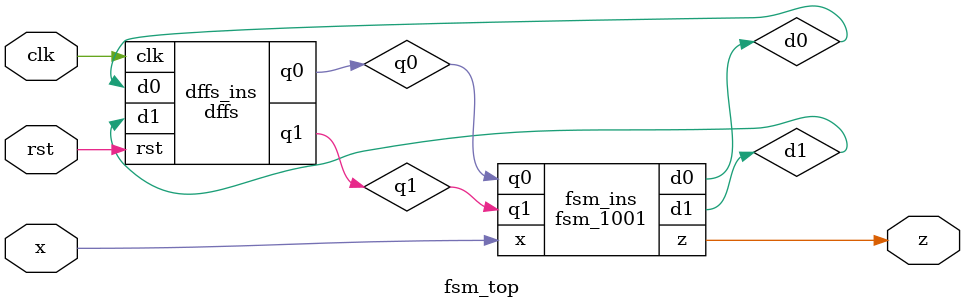
<source format=sv>
module fsm_1001(
	input logic x, q1, q0,
	output logic d1, d0, z
);
	assign d1 = !x && (q1 ^ q0);
	assign d0 = x || (q1 && !q0);
	assign z = x && q1 && q0;
endmodule

module dffs(
	input logic clk, d1, d0, rst, 
	output logic q1, q0
);
	always_ff @(posedge clk) begin
      if (rst) begin
        q1 <= 0;
      	q0 <= 0;
      end else begin
      q1 <= d1;
      q0 <= d0;
      end  
	end     
endmodule

		
module fsm_top(
	input logic clk, x, rst,
	output logic z
);
      logic d1, d0, q1, q0;

      fsm_1001 fsm_ins(
          .x(x), .d1(d1), .d0(d0), .q1(q1), .q0(q0), .z(z)
          );

      dffs dffs_ins(
        .clk(clk), .d1(d1), .d0(d0), .q1(q1), .q0(q0), .rst(rst)
          );
endmodule


</source>
